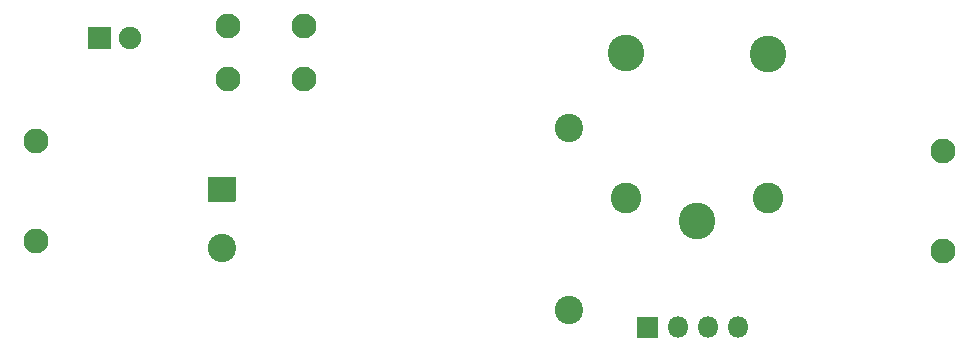
<source format=gts>
G04 #@! TF.GenerationSoftware,KiCad,Pcbnew,5.1.12-84ad8e8a86~92~ubuntu20.04.1*
G04 #@! TF.CreationDate,2021-11-22T17:19:42+01:00*
G04 #@! TF.ProjectId,iotOnOff,696f744f-6e4f-4666-962e-6b696361645f,rev?*
G04 #@! TF.SameCoordinates,Original*
G04 #@! TF.FileFunction,Soldermask,Top*
G04 #@! TF.FilePolarity,Negative*
%FSLAX46Y46*%
G04 Gerber Fmt 4.6, Leading zero omitted, Abs format (unit mm)*
G04 Created by KiCad (PCBNEW 5.1.12-84ad8e8a86~92~ubuntu20.04.1) date 2021-11-22 17:19:42*
%MOMM*%
%LPD*%
G01*
G04 APERTURE LIST*
%ADD10C,2.402000*%
%ADD11C,2.102000*%
%ADD12O,1.802000X1.802000*%
%ADD13C,2.602000*%
%ADD14C,3.102000*%
%ADD15C,1.902000*%
G04 APERTURE END LIST*
D10*
X146700000Y-105900000D03*
X117300000Y-100700000D03*
G36*
G01*
X116099000Y-96700000D02*
X116099000Y-94700000D01*
G75*
G02*
X116150000Y-94649000I51000J0D01*
G01*
X118450000Y-94649000D01*
G75*
G02*
X118501000Y-94700000I0J-51000D01*
G01*
X118501000Y-96700000D01*
G75*
G02*
X118450000Y-96751000I-51000J0D01*
G01*
X116150000Y-96751000D01*
G75*
G02*
X116099000Y-96700000I0J51000D01*
G01*
G37*
X146700000Y-90500000D03*
D11*
X124300000Y-81850000D03*
X124300000Y-86350000D03*
X117800000Y-81850000D03*
X117800000Y-86350000D03*
X178400000Y-92450000D03*
X178400000Y-100950000D03*
G36*
G01*
X154200000Y-108301000D02*
X152500000Y-108301000D01*
G75*
G02*
X152449000Y-108250000I0J51000D01*
G01*
X152449000Y-106550000D01*
G75*
G02*
X152500000Y-106499000I51000J0D01*
G01*
X154200000Y-106499000D01*
G75*
G02*
X154251000Y-106550000I0J-51000D01*
G01*
X154251000Y-108250000D01*
G75*
G02*
X154200000Y-108301000I-51000J0D01*
G01*
G37*
D12*
X155890000Y-107400000D03*
X158430000Y-107400000D03*
X160970000Y-107400000D03*
D11*
X101550000Y-100100000D03*
X101550000Y-91600000D03*
D13*
X163550000Y-96450000D03*
D14*
X163550000Y-84250000D03*
X151500000Y-84200000D03*
D13*
X151550000Y-96450000D03*
D14*
X157500000Y-98400000D03*
G36*
G01*
X105999000Y-83800000D02*
X105999000Y-82000000D01*
G75*
G02*
X106050000Y-81949000I51000J0D01*
G01*
X107850000Y-81949000D01*
G75*
G02*
X107901000Y-82000000I0J-51000D01*
G01*
X107901000Y-83800000D01*
G75*
G02*
X107850000Y-83851000I-51000J0D01*
G01*
X106050000Y-83851000D01*
G75*
G02*
X105999000Y-83800000I0J51000D01*
G01*
G37*
D15*
X109490000Y-82900000D03*
M02*

</source>
